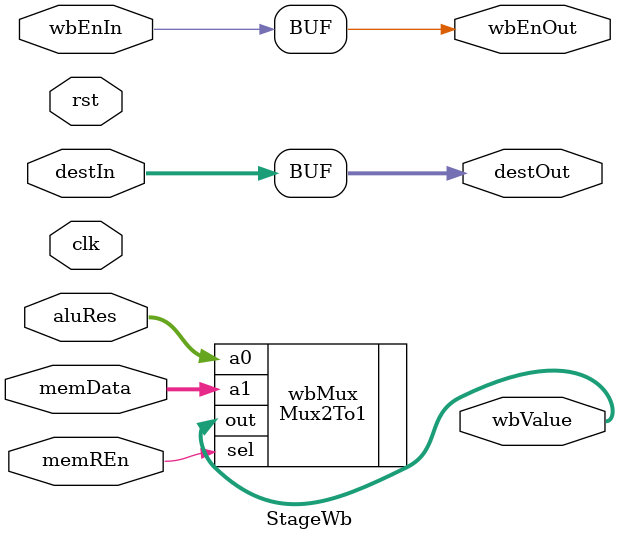
<source format=v>
module StageWb(
    input clk, rst,
    input wbEnIn, memREn,
    input [31:0] aluRes, memData,
    input [3:0] destIn,
    output wbEnOut,
    output [31:0] wbValue,
    output [3:0] destOut
);
    assign wbEnOut = wbEnIn;
    assign destOut = destIn;

    Mux2To1 #(32) wbMux(
        .a0(aluRes),
        .a1(memData),
        .sel(memREn),
        .out(wbValue)
    );
endmodule

</source>
